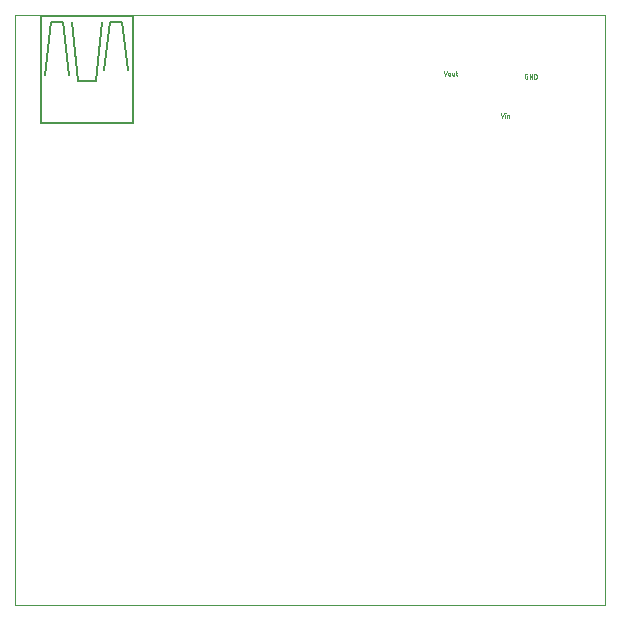
<source format=gbo>
G04 EAGLE Gerber X2 export*
%TF.Part,Single*%
%TF.FileFunction,Other,Silk bottom*%
%TF.FilePolarity,Positive*%
%TF.GenerationSoftware,Autodesk,EAGLE,8.7.1*%
%TF.CreationDate,2018-04-17T12:55:16Z*%
G75*
%MOMM*%
%FSLAX34Y34*%
%LPD*%
%AMOC8*
5,1,8,0,0,1.08239X$1,22.5*%
G01*
%ADD10C,0.000000*%
%ADD11C,0.025400*%
%ADD12C,0.127000*%


D10*
X0Y0D02*
X500000Y0D01*
X500000Y500000D01*
X0Y500000D01*
X0Y0D01*
D11*
X433409Y448014D02*
X434044Y448014D01*
X434044Y445897D01*
X432774Y445897D01*
X432719Y445899D01*
X432663Y445904D01*
X432609Y445913D01*
X432555Y445926D01*
X432502Y445942D01*
X432450Y445961D01*
X432399Y445984D01*
X432351Y446010D01*
X432303Y446040D01*
X432258Y446072D01*
X432216Y446107D01*
X432175Y446145D01*
X432137Y446186D01*
X432102Y446228D01*
X432070Y446273D01*
X432040Y446321D01*
X432014Y446369D01*
X431991Y446420D01*
X431972Y446472D01*
X431956Y446525D01*
X431943Y446579D01*
X431934Y446633D01*
X431929Y446689D01*
X431927Y446744D01*
X431927Y448860D01*
X431929Y448918D01*
X431935Y448975D01*
X431945Y449032D01*
X431958Y449089D01*
X431976Y449144D01*
X431997Y449197D01*
X432022Y449250D01*
X432050Y449300D01*
X432082Y449348D01*
X432117Y449395D01*
X432155Y449438D01*
X432196Y449479D01*
X432239Y449517D01*
X432286Y449552D01*
X432334Y449584D01*
X432384Y449612D01*
X432437Y449637D01*
X432490Y449658D01*
X432545Y449676D01*
X432602Y449689D01*
X432659Y449699D01*
X432716Y449705D01*
X432774Y449707D01*
X434044Y449707D01*
X435828Y449707D02*
X435828Y445897D01*
X437945Y445897D02*
X435828Y449707D01*
X437945Y449707D02*
X437945Y445897D01*
X439730Y445897D02*
X439730Y449707D01*
X440788Y449707D01*
X440852Y449705D01*
X440916Y449699D01*
X440979Y449690D01*
X441041Y449676D01*
X441103Y449659D01*
X441163Y449638D01*
X441222Y449614D01*
X441280Y449586D01*
X441335Y449554D01*
X441389Y449520D01*
X441440Y449482D01*
X441490Y449441D01*
X441536Y449397D01*
X441580Y449351D01*
X441621Y449301D01*
X441659Y449250D01*
X441693Y449196D01*
X441725Y449141D01*
X441753Y449083D01*
X441777Y449024D01*
X441798Y448964D01*
X441815Y448902D01*
X441829Y448840D01*
X441838Y448777D01*
X441844Y448713D01*
X441846Y448649D01*
X441846Y446955D01*
X441844Y446891D01*
X441838Y446827D01*
X441829Y446764D01*
X441815Y446702D01*
X441798Y446640D01*
X441777Y446580D01*
X441753Y446521D01*
X441725Y446463D01*
X441693Y446408D01*
X441659Y446354D01*
X441621Y446303D01*
X441580Y446253D01*
X441536Y446207D01*
X441490Y446163D01*
X441440Y446122D01*
X441389Y446084D01*
X441335Y446050D01*
X441280Y446018D01*
X441222Y445990D01*
X441163Y445966D01*
X441103Y445945D01*
X441041Y445928D01*
X440979Y445914D01*
X440916Y445905D01*
X440852Y445899D01*
X440788Y445897D01*
X439730Y445897D01*
X411607Y416687D02*
X412877Y412877D01*
X414147Y416687D01*
X415437Y415417D02*
X415437Y412877D01*
X415331Y416475D02*
X415331Y416687D01*
X415543Y416687D01*
X415543Y416475D01*
X415331Y416475D01*
X417029Y415417D02*
X417029Y412877D01*
X417029Y415417D02*
X418087Y415417D01*
X418134Y415415D01*
X418182Y415410D01*
X418228Y415401D01*
X418274Y415389D01*
X418319Y415373D01*
X418363Y415354D01*
X418405Y415332D01*
X418445Y415307D01*
X418483Y415278D01*
X418519Y415247D01*
X418552Y415214D01*
X418583Y415178D01*
X418612Y415140D01*
X418637Y415100D01*
X418659Y415058D01*
X418678Y415014D01*
X418694Y414969D01*
X418706Y414923D01*
X418715Y414877D01*
X418720Y414829D01*
X418722Y414782D01*
X418722Y412877D01*
X364617Y448437D02*
X363347Y452247D01*
X365887Y452247D02*
X364617Y448437D01*
X367184Y449284D02*
X367184Y450130D01*
X367186Y450187D01*
X367192Y450243D01*
X367201Y450299D01*
X367214Y450354D01*
X367231Y450408D01*
X367251Y450461D01*
X367275Y450512D01*
X367302Y450562D01*
X367333Y450609D01*
X367366Y450655D01*
X367403Y450698D01*
X367442Y450739D01*
X367484Y450777D01*
X367529Y450812D01*
X367575Y450844D01*
X367624Y450873D01*
X367674Y450898D01*
X367727Y450920D01*
X367780Y450939D01*
X367835Y450954D01*
X367890Y450965D01*
X367946Y450973D01*
X368003Y450977D01*
X368059Y450977D01*
X368116Y450973D01*
X368172Y450965D01*
X368227Y450954D01*
X368282Y450939D01*
X368335Y450920D01*
X368388Y450898D01*
X368438Y450873D01*
X368487Y450844D01*
X368533Y450812D01*
X368578Y450777D01*
X368620Y450739D01*
X368659Y450698D01*
X368696Y450655D01*
X368729Y450609D01*
X368760Y450562D01*
X368787Y450512D01*
X368811Y450461D01*
X368831Y450408D01*
X368848Y450354D01*
X368861Y450299D01*
X368870Y450243D01*
X368876Y450187D01*
X368878Y450130D01*
X368877Y450130D02*
X368877Y449284D01*
X368878Y449284D02*
X368876Y449227D01*
X368870Y449171D01*
X368861Y449115D01*
X368848Y449060D01*
X368831Y449006D01*
X368811Y448953D01*
X368787Y448902D01*
X368760Y448852D01*
X368729Y448805D01*
X368696Y448759D01*
X368659Y448716D01*
X368620Y448675D01*
X368578Y448637D01*
X368533Y448602D01*
X368487Y448570D01*
X368438Y448541D01*
X368388Y448516D01*
X368335Y448494D01*
X368282Y448475D01*
X368227Y448460D01*
X368172Y448449D01*
X368116Y448441D01*
X368059Y448437D01*
X368003Y448437D01*
X367946Y448441D01*
X367890Y448449D01*
X367835Y448460D01*
X367780Y448475D01*
X367727Y448494D01*
X367674Y448516D01*
X367624Y448541D01*
X367575Y448570D01*
X367529Y448602D01*
X367484Y448637D01*
X367442Y448675D01*
X367403Y448716D01*
X367366Y448759D01*
X367333Y448805D01*
X367302Y448852D01*
X367275Y448902D01*
X367251Y448953D01*
X367231Y449006D01*
X367214Y449060D01*
X367201Y449115D01*
X367192Y449171D01*
X367186Y449227D01*
X367184Y449284D01*
X370476Y449072D02*
X370476Y450977D01*
X370476Y449072D02*
X370478Y449025D01*
X370483Y448977D01*
X370492Y448931D01*
X370504Y448885D01*
X370520Y448840D01*
X370539Y448796D01*
X370561Y448755D01*
X370586Y448714D01*
X370615Y448676D01*
X370646Y448640D01*
X370679Y448607D01*
X370715Y448576D01*
X370753Y448547D01*
X370794Y448522D01*
X370835Y448500D01*
X370879Y448481D01*
X370924Y448465D01*
X370970Y448453D01*
X371016Y448444D01*
X371064Y448439D01*
X371111Y448437D01*
X372169Y448437D01*
X372169Y450977D01*
X373465Y450977D02*
X374735Y450977D01*
X373889Y452247D02*
X373889Y449072D01*
X373891Y449025D01*
X373896Y448977D01*
X373905Y448931D01*
X373917Y448885D01*
X373933Y448840D01*
X373952Y448796D01*
X373974Y448755D01*
X373999Y448714D01*
X374028Y448676D01*
X374059Y448640D01*
X374092Y448607D01*
X374128Y448576D01*
X374166Y448547D01*
X374207Y448522D01*
X374248Y448500D01*
X374292Y448481D01*
X374337Y448465D01*
X374383Y448453D01*
X374429Y448444D01*
X374477Y448439D01*
X374524Y448437D01*
X374735Y448437D01*
D12*
X99960Y498510D02*
X21960Y498510D01*
X21960Y408510D02*
X99960Y408510D01*
X99960Y498510D01*
X21960Y498510D02*
X21960Y408510D01*
X95960Y453510D02*
X90960Y493510D01*
X80960Y493510D01*
X75960Y453510D01*
X25960Y448510D02*
X30960Y493510D01*
X40960Y493510D01*
X45960Y448510D01*
X68460Y443510D02*
X73460Y493510D01*
X68460Y443510D02*
X53460Y443510D01*
X48460Y493510D01*
M02*

</source>
